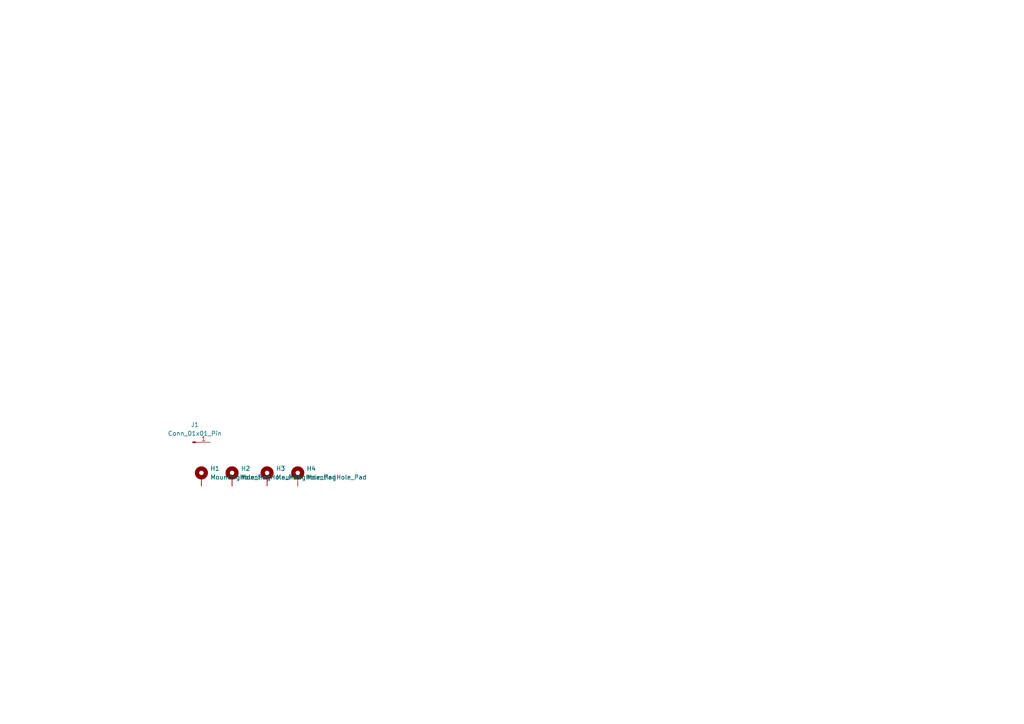
<source format=kicad_sch>
(kicad_sch (version 20231120) (generator "eeschema") (generator_version "8.0")
  (paper "A4")
  (lib_symbols
    (symbol "Connector:Conn_01x01_Pin" (pin_names (offset 1.016) hide)
      (property "Reference" "J" (at 0 2.54 0))
      (property "Value" "Conn_01x01_Pin" (at 0 -2.54 0))
      (symbol "Conn_01x01_Pin_1_1"
        (polyline (pts (xy 1.27 0) (xy 0.8636 0)) (stroke (width 0.1524)))
        (rectangle (start 0.8636 0.127) (end 0 -0.127) (stroke (width 0.1524)) (fill (type outline)))
        (pin passive line (at 5.08 0 180) (length 3.81) (name "Pin_1") (number "1"))
      )
    )
    (symbol "Mechanical:MountingHole_Pad" (pin_numbers hide) (pin_names (offset 1.016) hide) (exclude_from_sim yes) (in_bom no)
      (property "Reference" "H" (at 0 6.35 0))
      (property "Value" "MountingHole_Pad" (at 0 4.445 0))
      (symbol "MountingHole_Pad_0_1"
        (circle (center 0 1.27) (radius 1.27) (stroke (width 1.27)))
      )
      (symbol "MountingHole_Pad_1_1"
        (pin input line (at 0 -2.54 90) (length 2.54) (name "1") (number "1"))
      )
    )
  )
  (symbol (lib_id "Mechanical:MountingHole_Pad") (at 58.42 138.43 0) (unit 1) (exclude_from_sim yes) (in_bom no)
    (property "Reference" "H1" (at 60.96 135.8899 0) (effects (justify left)))
    (property "Value" "MountingHole_Pad" (at 60.96 138.4299 0) (effects (justify left)))
    (property "Footprint" "MountingHole:MountingHole_3.2mm_M3_DIN965_Pad" (effects (hide yes)))
    (property "Description" "Mounting Hole with connection" (effects (hide yes)))
  )
  (symbol (lib_id "Mechanical:MountingHole_Pad") (at 77.47 138.43 0) (unit 1) (exclude_from_sim yes) (in_bom no)
    (property "Reference" "H3" (at 80.01 135.8899 0) (effects (justify left)))
    (property "Value" "MountingHole_Pad" (at 80.01 138.4299 0) (effects (justify left)))
    (property "Footprint" "MountingHole:MountingHole_3.2mm_M3_DIN965_Pad" (effects (hide yes)))
    (property "Description" "Mounting Hole with connection" (effects (hide yes)))
  )
  (symbol (lib_id "Connector:Conn_01x01_Pin") (at 55.88 128.27 0) (unit 1)
    (property "Reference" "J1" (at 56.515 123.19 0))
    (property "Value" "Conn_01x01_Pin" (at 56.515 125.73 0))
    (property "Footprint" "Connector_PinHeader_2.54mm:PinHeader_1x01_P2.54mm_Vertical" (effects (hide yes)))
    (property "Description" "Generic connector, single row, 01x01, script generated" (effects (hide yes)))
  )
  (symbol (lib_id "Mechanical:MountingHole_Pad") (at 67.31 138.43 0) (unit 1) (exclude_from_sim yes) (in_bom no)
    (property "Reference" "H2" (at 69.85 135.8899 0) (effects (justify left)))
    (property "Value" "MountingHole_Pad" (at 69.85 138.4299 0) (effects (justify left)))
    (property "Footprint" "MountingHole:MountingHole_3.2mm_M3_DIN965_Pad" (effects (hide yes)))
    (property "Description" "Mounting Hole with connection" (effects (hide yes)))
  )
  (symbol (lib_id "Mechanical:MountingHole_Pad") (at 86.36 138.43 0) (unit 1) (exclude_from_sim yes) (in_bom no)
    (property "Reference" "H4" (at 88.9 135.8899 0) (effects (justify left)))
    (property "Value" "MountingHole_Pad" (at 88.9 138.4299 0) (effects (justify left)))
    (property "Footprint" "MountingHole:MountingHole_3.2mm_M3_DIN965_Pad" (effects (hide yes)))
    (property "Description" "Mounting Hole with connection" (effects (hide yes)))
  )
)
</source>
